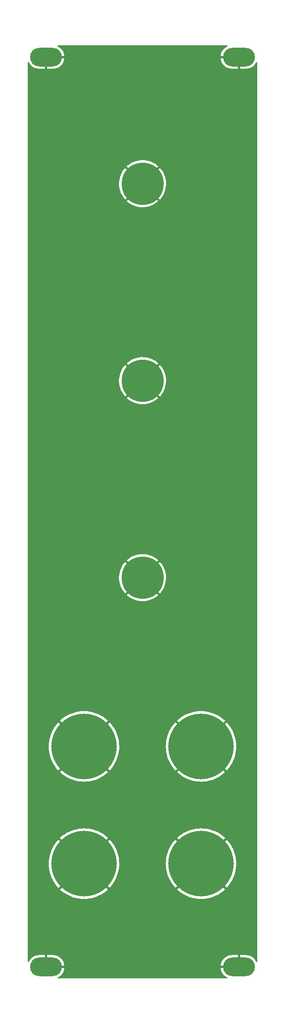
<source format=gbl>
G04 #@! TF.GenerationSoftware,KiCad,Pcbnew,6.0.4-6f826c9f35~116~ubuntu20.04.1*
G04 #@! TF.CreationDate,2022-04-19T11:59:19-04:00*
G04 #@! TF.ProjectId,arrm_panel,6172726d-5f70-4616-9e65-6c2e6b696361,rev?*
G04 #@! TF.SameCoordinates,Original*
G04 #@! TF.FileFunction,Copper,L2,Bot*
G04 #@! TF.FilePolarity,Positive*
%FSLAX46Y46*%
G04 Gerber Fmt 4.6, Leading zero omitted, Abs format (unit mm)*
G04 Created by KiCad (PCBNEW 6.0.4-6f826c9f35~116~ubuntu20.04.1) date 2022-04-19 11:59:19*
%MOMM*%
%LPD*%
G01*
G04 APERTURE LIST*
G04 #@! TA.AperFunction,ComponentPad*
%ADD10O,6.800000X4.000000*%
G04 #@! TD*
G04 #@! TA.AperFunction,ComponentPad*
%ADD11C,9.000000*%
G04 #@! TD*
G04 #@! TA.AperFunction,ComponentPad*
%ADD12C,14.000000*%
G04 #@! TD*
G04 APERTURE END LIST*
D10*
G04 #@! TO.P,H10,1*
G04 #@! TO.N,GND*
X61700000Y-10600000D03*
X61700000Y-204600000D03*
G04 #@! TD*
D11*
G04 #@! TO.P,H6,1*
G04 #@! TO.N,GND*
X41100000Y-37600000D03*
G04 #@! TD*
D12*
G04 #@! TO.P,H1,1*
G04 #@! TO.N,GND*
X28600000Y-157600000D03*
G04 #@! TD*
D10*
G04 #@! TO.P,H7,1*
G04 #@! TO.N,GND*
X20500000Y-10600000D03*
X20500000Y-204600000D03*
G04 #@! TD*
D12*
G04 #@! TO.P,H2,1*
G04 #@! TO.N,GND*
X28600000Y-182600000D03*
G04 #@! TD*
G04 #@! TO.P,H3,1*
G04 #@! TO.N,GND*
X53600000Y-157600000D03*
G04 #@! TD*
G04 #@! TO.P,H4,1*
G04 #@! TO.N,GND*
X53600000Y-182600000D03*
G04 #@! TD*
D11*
G04 #@! TO.P,H8,1*
G04 #@! TO.N,GND*
X41100000Y-121600000D03*
G04 #@! TD*
G04 #@! TO.P,H5,1*
G04 #@! TO.N,GND*
X41100000Y-79600000D03*
G04 #@! TD*
G04 #@! TA.AperFunction,Conductor*
G04 #@! TO.N,GND*
G36*
X59209823Y-8128002D02*
G01*
X59256316Y-8181658D01*
X59266420Y-8251932D01*
X59236926Y-8316512D01*
X59195350Y-8348008D01*
X59092959Y-8396189D01*
X59086026Y-8400001D01*
X58826271Y-8564847D01*
X58819868Y-8569498D01*
X58582813Y-8765607D01*
X58577046Y-8771023D01*
X58366443Y-8995293D01*
X58361404Y-9001384D01*
X58180570Y-9250281D01*
X58176330Y-9256961D01*
X58028110Y-9526572D01*
X58024753Y-9533707D01*
X57911492Y-9819770D01*
X57909047Y-9827296D01*
X57832538Y-10125279D01*
X57831055Y-10133050D01*
X57806425Y-10328026D01*
X57808728Y-10342306D01*
X57821720Y-10346000D01*
X61828000Y-10346000D01*
X61896121Y-10366002D01*
X61942614Y-10419658D01*
X61954000Y-10472000D01*
X61954000Y-13089885D01*
X61958475Y-13105124D01*
X61959865Y-13106329D01*
X61967548Y-13108000D01*
X63176829Y-13108000D01*
X63180820Y-13107874D01*
X63410994Y-13093393D01*
X63418855Y-13092400D01*
X63721046Y-13034754D01*
X63728723Y-13032783D01*
X64021309Y-12937716D01*
X64028672Y-12934801D01*
X64307041Y-12803811D01*
X64313974Y-12799999D01*
X64573729Y-12635153D01*
X64580132Y-12630502D01*
X64817187Y-12434393D01*
X64822954Y-12428977D01*
X65033557Y-12204707D01*
X65038596Y-12198616D01*
X65219430Y-11949719D01*
X65223670Y-11943039D01*
X65355585Y-11703086D01*
X65405931Y-11653027D01*
X65475348Y-11638134D01*
X65541797Y-11663135D01*
X65584181Y-11720092D01*
X65592000Y-11763787D01*
X65592000Y-203436213D01*
X65571998Y-203504334D01*
X65518342Y-203550827D01*
X65448068Y-203560931D01*
X65383488Y-203531437D01*
X65355585Y-203496914D01*
X65223670Y-203256961D01*
X65219430Y-203250281D01*
X65038596Y-203001384D01*
X65033557Y-202995293D01*
X64822954Y-202771023D01*
X64817187Y-202765607D01*
X64580132Y-202569498D01*
X64573729Y-202564847D01*
X64313974Y-202400001D01*
X64307041Y-202396189D01*
X64028672Y-202265199D01*
X64021309Y-202262284D01*
X63728723Y-202167217D01*
X63721046Y-202165246D01*
X63418855Y-202107600D01*
X63410994Y-202106607D01*
X63180820Y-202092126D01*
X63176829Y-202092000D01*
X61972115Y-202092000D01*
X61956876Y-202096475D01*
X61955671Y-202097865D01*
X61954000Y-202105548D01*
X61954000Y-204728000D01*
X61933998Y-204796121D01*
X61880342Y-204842614D01*
X61828000Y-204854000D01*
X57822269Y-204854000D01*
X57808392Y-204858075D01*
X57806355Y-204871426D01*
X57831055Y-205066950D01*
X57832538Y-205074721D01*
X57909047Y-205372704D01*
X57911492Y-205380230D01*
X58024753Y-205666293D01*
X58028110Y-205673428D01*
X58176330Y-205943039D01*
X58180570Y-205949719D01*
X58361404Y-206198616D01*
X58366443Y-206204707D01*
X58577046Y-206428977D01*
X58582813Y-206434393D01*
X58819868Y-206630502D01*
X58826271Y-206635153D01*
X59086026Y-206799999D01*
X59092959Y-206803811D01*
X59195350Y-206851992D01*
X59248471Y-206899095D01*
X59267694Y-206967439D01*
X59246915Y-207035327D01*
X59192732Y-207081204D01*
X59141702Y-207092000D01*
X23058298Y-207092000D01*
X22990177Y-207071998D01*
X22943684Y-207018342D01*
X22933580Y-206948068D01*
X22963074Y-206883488D01*
X23004650Y-206851992D01*
X23107041Y-206803811D01*
X23113974Y-206799999D01*
X23373729Y-206635153D01*
X23380132Y-206630502D01*
X23617187Y-206434393D01*
X23622954Y-206428977D01*
X23833557Y-206204707D01*
X23838596Y-206198616D01*
X24019430Y-205949719D01*
X24023670Y-205943039D01*
X24171890Y-205673428D01*
X24175247Y-205666293D01*
X24288508Y-205380230D01*
X24290953Y-205372704D01*
X24367462Y-205074721D01*
X24368945Y-205066950D01*
X24393575Y-204871974D01*
X24391272Y-204857694D01*
X24378280Y-204854000D01*
X20372000Y-204854000D01*
X20303879Y-204833998D01*
X20257386Y-204780342D01*
X20246000Y-204728000D01*
X20246000Y-204327885D01*
X20754000Y-204327885D01*
X20758475Y-204343124D01*
X20759865Y-204344329D01*
X20767548Y-204346000D01*
X24377731Y-204346000D01*
X24391608Y-204341925D01*
X24393645Y-204328574D01*
X24393576Y-204328026D01*
X57806425Y-204328026D01*
X57808728Y-204342306D01*
X57821720Y-204346000D01*
X61427885Y-204346000D01*
X61443124Y-204341525D01*
X61444329Y-204340135D01*
X61446000Y-204332452D01*
X61446000Y-202110115D01*
X61441525Y-202094876D01*
X61440135Y-202093671D01*
X61432452Y-202092000D01*
X60223171Y-202092000D01*
X60219180Y-202092126D01*
X59989006Y-202106607D01*
X59981145Y-202107600D01*
X59678954Y-202165246D01*
X59671277Y-202167217D01*
X59378691Y-202262284D01*
X59371328Y-202265199D01*
X59092959Y-202396189D01*
X59086026Y-202400001D01*
X58826271Y-202564847D01*
X58819868Y-202569498D01*
X58582813Y-202765607D01*
X58577046Y-202771023D01*
X58366443Y-202995293D01*
X58361404Y-203001384D01*
X58180570Y-203250281D01*
X58176330Y-203256961D01*
X58028110Y-203526572D01*
X58024753Y-203533707D01*
X57911492Y-203819770D01*
X57909047Y-203827296D01*
X57832538Y-204125279D01*
X57831055Y-204133050D01*
X57806425Y-204328026D01*
X24393576Y-204328026D01*
X24368945Y-204133050D01*
X24367462Y-204125279D01*
X24290953Y-203827296D01*
X24288508Y-203819770D01*
X24175247Y-203533707D01*
X24171890Y-203526572D01*
X24023670Y-203256961D01*
X24019430Y-203250281D01*
X23838596Y-203001384D01*
X23833557Y-202995293D01*
X23622954Y-202771023D01*
X23617187Y-202765607D01*
X23380132Y-202569498D01*
X23373729Y-202564847D01*
X23113974Y-202400001D01*
X23107041Y-202396189D01*
X22828672Y-202265199D01*
X22821309Y-202262284D01*
X22528723Y-202167217D01*
X22521046Y-202165246D01*
X22218855Y-202107600D01*
X22210994Y-202106607D01*
X21980820Y-202092126D01*
X21976829Y-202092000D01*
X20772115Y-202092000D01*
X20756876Y-202096475D01*
X20755671Y-202097865D01*
X20754000Y-202105548D01*
X20754000Y-204327885D01*
X20246000Y-204327885D01*
X20246000Y-202110115D01*
X20241525Y-202094876D01*
X20240135Y-202093671D01*
X20232452Y-202092000D01*
X19023171Y-202092000D01*
X19019180Y-202092126D01*
X18789006Y-202106607D01*
X18781145Y-202107600D01*
X18478954Y-202165246D01*
X18471277Y-202167217D01*
X18178691Y-202262284D01*
X18171328Y-202265199D01*
X17892959Y-202396189D01*
X17886026Y-202400001D01*
X17626271Y-202564847D01*
X17619868Y-202569498D01*
X17382813Y-202765607D01*
X17377046Y-202771023D01*
X17166443Y-202995293D01*
X17161404Y-203001384D01*
X16980570Y-203250281D01*
X16976330Y-203256961D01*
X16844415Y-203496914D01*
X16794069Y-203546973D01*
X16724652Y-203561866D01*
X16658203Y-203536865D01*
X16615819Y-203479908D01*
X16608000Y-203436213D01*
X16608000Y-188087102D01*
X23478438Y-188087102D01*
X23478462Y-188087441D01*
X23484285Y-188096073D01*
X23728991Y-188319913D01*
X23732445Y-188322852D01*
X24150430Y-188653550D01*
X24154067Y-188656222D01*
X24594618Y-188956182D01*
X24598446Y-188958593D01*
X25059337Y-189226300D01*
X25063309Y-189228421D01*
X25542148Y-189462483D01*
X25546284Y-189464325D01*
X26040627Y-189663551D01*
X26044871Y-189665087D01*
X26552218Y-189828467D01*
X26556539Y-189829689D01*
X27074254Y-189956374D01*
X27078695Y-189957294D01*
X27604141Y-190046637D01*
X27608595Y-190047232D01*
X28139106Y-190098782D01*
X28143579Y-190099056D01*
X28676427Y-190112543D01*
X28680930Y-190112496D01*
X29213352Y-190087853D01*
X29217836Y-190087485D01*
X29747152Y-190024836D01*
X29751591Y-190024149D01*
X30275087Y-189923814D01*
X30279446Y-189922815D01*
X30794414Y-189785311D01*
X30798727Y-189783992D01*
X31302525Y-189610028D01*
X31306740Y-189608402D01*
X31796805Y-189398866D01*
X31800892Y-189396943D01*
X32274731Y-189152900D01*
X32278658Y-189150696D01*
X32733828Y-188873404D01*
X32737624Y-188870901D01*
X33171786Y-188561788D01*
X33175372Y-188559036D01*
X33586362Y-188219640D01*
X33589705Y-188216672D01*
X33713630Y-188098453D01*
X33720179Y-188087102D01*
X48478438Y-188087102D01*
X48478462Y-188087441D01*
X48484285Y-188096073D01*
X48728991Y-188319913D01*
X48732445Y-188322852D01*
X49150430Y-188653550D01*
X49154067Y-188656222D01*
X49594618Y-188956182D01*
X49598446Y-188958593D01*
X50059337Y-189226300D01*
X50063309Y-189228421D01*
X50542148Y-189462483D01*
X50546284Y-189464325D01*
X51040627Y-189663551D01*
X51044871Y-189665087D01*
X51552218Y-189828467D01*
X51556539Y-189829689D01*
X52074254Y-189956374D01*
X52078695Y-189957294D01*
X52604141Y-190046637D01*
X52608595Y-190047232D01*
X53139106Y-190098782D01*
X53143579Y-190099056D01*
X53676427Y-190112543D01*
X53680930Y-190112496D01*
X54213352Y-190087853D01*
X54217836Y-190087485D01*
X54747152Y-190024836D01*
X54751591Y-190024149D01*
X55275087Y-189923814D01*
X55279446Y-189922815D01*
X55794414Y-189785311D01*
X55798727Y-189783992D01*
X56302525Y-189610028D01*
X56306740Y-189608402D01*
X56796805Y-189398866D01*
X56800892Y-189396943D01*
X57274731Y-189152900D01*
X57278658Y-189150696D01*
X57733828Y-188873404D01*
X57737624Y-188870901D01*
X58171786Y-188561788D01*
X58175372Y-188559036D01*
X58586362Y-188219640D01*
X58589705Y-188216672D01*
X58713630Y-188098453D01*
X58721568Y-188084695D01*
X58721518Y-188083649D01*
X58716625Y-188075835D01*
X53612812Y-182972022D01*
X53598868Y-182964408D01*
X53597035Y-182964539D01*
X53590420Y-182968790D01*
X48486052Y-188073158D01*
X48478438Y-188087102D01*
X33720179Y-188087102D01*
X33721568Y-188084695D01*
X33721518Y-188083649D01*
X33716625Y-188075835D01*
X28612812Y-182972022D01*
X28598868Y-182964408D01*
X28597035Y-182964539D01*
X28590420Y-182968790D01*
X23486052Y-188073158D01*
X23478438Y-188087102D01*
X16608000Y-188087102D01*
X16608000Y-182650201D01*
X21087236Y-182650201D01*
X21087267Y-182654699D01*
X21110052Y-183187215D01*
X21110404Y-183191696D01*
X21171206Y-183721240D01*
X21171874Y-183725659D01*
X21270381Y-184249497D01*
X21271370Y-184253884D01*
X21407070Y-184769308D01*
X21408381Y-184773648D01*
X21580581Y-185278039D01*
X21582188Y-185282249D01*
X21790028Y-185773079D01*
X21791917Y-185777129D01*
X22034314Y-186251836D01*
X22036507Y-186255776D01*
X22312217Y-186711925D01*
X22314678Y-186715685D01*
X22622290Y-187150947D01*
X22625036Y-187154552D01*
X22962987Y-187566712D01*
X22965944Y-187570066D01*
X23101751Y-187713428D01*
X23115482Y-187721415D01*
X23116410Y-187721374D01*
X23124399Y-187716391D01*
X28227978Y-182612812D01*
X28234356Y-182601132D01*
X28964408Y-182601132D01*
X28964539Y-182602965D01*
X28968790Y-182609580D01*
X34073389Y-187714179D01*
X34087333Y-187721793D01*
X34087556Y-187721778D01*
X34096338Y-187715831D01*
X34336905Y-187450987D01*
X34339793Y-187447570D01*
X34669044Y-187028414D01*
X34671701Y-187024771D01*
X34970130Y-186583164D01*
X34972526Y-186579329D01*
X35238617Y-186117514D01*
X35240726Y-186113531D01*
X35473116Y-185633878D01*
X35474941Y-185629741D01*
X35672446Y-185134690D01*
X35673961Y-185130460D01*
X35835567Y-184622549D01*
X35836781Y-184618202D01*
X35961661Y-184100034D01*
X35962555Y-184095638D01*
X36050064Y-183569885D01*
X36050649Y-183565380D01*
X36100363Y-183034517D01*
X36100613Y-183030439D01*
X36111566Y-182650201D01*
X46087236Y-182650201D01*
X46087267Y-182654699D01*
X46110052Y-183187215D01*
X46110404Y-183191696D01*
X46171206Y-183721240D01*
X46171874Y-183725659D01*
X46270381Y-184249497D01*
X46271370Y-184253884D01*
X46407070Y-184769308D01*
X46408381Y-184773648D01*
X46580581Y-185278039D01*
X46582188Y-185282249D01*
X46790028Y-185773079D01*
X46791917Y-185777129D01*
X47034314Y-186251836D01*
X47036507Y-186255776D01*
X47312217Y-186711925D01*
X47314678Y-186715685D01*
X47622290Y-187150947D01*
X47625036Y-187154552D01*
X47962987Y-187566712D01*
X47965944Y-187570066D01*
X48101751Y-187713428D01*
X48115482Y-187721415D01*
X48116410Y-187721374D01*
X48124399Y-187716391D01*
X53227978Y-182612812D01*
X53234356Y-182601132D01*
X53964408Y-182601132D01*
X53964539Y-182602965D01*
X53968790Y-182609580D01*
X59073389Y-187714179D01*
X59087333Y-187721793D01*
X59087556Y-187721778D01*
X59096338Y-187715831D01*
X59336905Y-187450987D01*
X59339793Y-187447570D01*
X59669044Y-187028414D01*
X59671701Y-187024771D01*
X59970130Y-186583164D01*
X59972526Y-186579329D01*
X60238617Y-186117514D01*
X60240726Y-186113531D01*
X60473116Y-185633878D01*
X60474941Y-185629741D01*
X60672446Y-185134690D01*
X60673961Y-185130460D01*
X60835567Y-184622549D01*
X60836781Y-184618202D01*
X60961661Y-184100034D01*
X60962555Y-184095638D01*
X61050064Y-183569885D01*
X61050649Y-183565380D01*
X61100363Y-183034517D01*
X61100613Y-183030439D01*
X61112954Y-182602024D01*
X61112939Y-182597967D01*
X61093866Y-182065096D01*
X61093544Y-182060601D01*
X61036442Y-181530662D01*
X61035800Y-181526211D01*
X60940955Y-181001710D01*
X60939999Y-180997327D01*
X60807892Y-180480933D01*
X60806630Y-180476645D01*
X60637938Y-179971015D01*
X60636370Y-179966818D01*
X60431966Y-179474558D01*
X60430088Y-179470456D01*
X60191023Y-178994094D01*
X60188855Y-178990133D01*
X59916347Y-178532090D01*
X59913891Y-178528279D01*
X59609331Y-178090890D01*
X59606624Y-178087284D01*
X59271552Y-177672765D01*
X59268609Y-177669380D01*
X59098034Y-177486780D01*
X59084361Y-177478698D01*
X59083667Y-177478724D01*
X59075320Y-177483890D01*
X53972022Y-182587188D01*
X53964408Y-182601132D01*
X53234356Y-182601132D01*
X53235592Y-182598868D01*
X53235461Y-182597035D01*
X53231210Y-182590420D01*
X48127007Y-177486217D01*
X48113063Y-177478603D01*
X48112606Y-177478635D01*
X48104130Y-177484332D01*
X47897104Y-177709077D01*
X47894190Y-177712477D01*
X47562015Y-178129331D01*
X47559344Y-178132941D01*
X47257831Y-178572465D01*
X47255409Y-178576283D01*
X46986107Y-179036216D01*
X46983964Y-179040196D01*
X46748233Y-179518211D01*
X46746376Y-179522343D01*
X46545427Y-180015984D01*
X46543874Y-180020230D01*
X46378729Y-180526984D01*
X46377484Y-180531326D01*
X46248991Y-181048608D01*
X46248067Y-181052991D01*
X46156885Y-181578152D01*
X46156274Y-181582609D01*
X46102873Y-182112930D01*
X46102583Y-182117413D01*
X46087236Y-182650201D01*
X36111566Y-182650201D01*
X36112954Y-182602024D01*
X36112939Y-182597967D01*
X36093866Y-182065096D01*
X36093544Y-182060601D01*
X36036442Y-181530662D01*
X36035800Y-181526211D01*
X35940955Y-181001710D01*
X35939999Y-180997327D01*
X35807892Y-180480933D01*
X35806630Y-180476645D01*
X35637938Y-179971015D01*
X35636370Y-179966818D01*
X35431966Y-179474558D01*
X35430088Y-179470456D01*
X35191023Y-178994094D01*
X35188855Y-178990133D01*
X34916347Y-178532090D01*
X34913891Y-178528279D01*
X34609331Y-178090890D01*
X34606624Y-178087284D01*
X34271552Y-177672765D01*
X34268609Y-177669380D01*
X34098034Y-177486780D01*
X34084361Y-177478698D01*
X34083667Y-177478724D01*
X34075320Y-177483890D01*
X28972022Y-182587188D01*
X28964408Y-182601132D01*
X28234356Y-182601132D01*
X28235592Y-182598868D01*
X28235461Y-182597035D01*
X28231210Y-182590420D01*
X23127007Y-177486217D01*
X23113063Y-177478603D01*
X23112606Y-177478635D01*
X23104130Y-177484332D01*
X22897104Y-177709077D01*
X22894190Y-177712477D01*
X22562015Y-178129331D01*
X22559344Y-178132941D01*
X22257831Y-178572465D01*
X22255409Y-178576283D01*
X21986107Y-179036216D01*
X21983964Y-179040196D01*
X21748233Y-179518211D01*
X21746376Y-179522343D01*
X21545427Y-180015984D01*
X21543874Y-180020230D01*
X21378729Y-180526984D01*
X21377484Y-180531326D01*
X21248991Y-181048608D01*
X21248067Y-181052991D01*
X21156885Y-181578152D01*
X21156274Y-181582609D01*
X21102873Y-182112930D01*
X21102583Y-182117413D01*
X21087236Y-182650201D01*
X16608000Y-182650201D01*
X16608000Y-177115591D01*
X23478674Y-177115591D01*
X23478707Y-177116404D01*
X23483783Y-177124573D01*
X28587188Y-182227978D01*
X28601132Y-182235592D01*
X28602965Y-182235461D01*
X28609580Y-182231210D01*
X33713682Y-177127108D01*
X33719971Y-177115591D01*
X48478674Y-177115591D01*
X48478707Y-177116404D01*
X48483783Y-177124573D01*
X53587188Y-182227978D01*
X53601132Y-182235592D01*
X53602965Y-182235461D01*
X53609580Y-182231210D01*
X58713682Y-177127108D01*
X58721296Y-177113164D01*
X58721255Y-177112590D01*
X58715684Y-177104268D01*
X58510818Y-176914228D01*
X58507387Y-176911267D01*
X58091729Y-176577666D01*
X58088115Y-176574972D01*
X57649654Y-176271933D01*
X57645835Y-176269490D01*
X57186846Y-175998585D01*
X57182877Y-175996430D01*
X56705679Y-175759028D01*
X56701575Y-175757166D01*
X56208610Y-175554483D01*
X56204395Y-175552924D01*
X55698199Y-175386006D01*
X55693883Y-175384752D01*
X55177042Y-175254451D01*
X55172665Y-175253513D01*
X54647822Y-175160496D01*
X54643365Y-175159870D01*
X54113241Y-175104620D01*
X54108747Y-175104313D01*
X53576027Y-175087107D01*
X53571530Y-175087122D01*
X53038927Y-175108048D01*
X53034451Y-175108384D01*
X52504713Y-175167336D01*
X52500261Y-175167994D01*
X51976106Y-175264667D01*
X51971701Y-175265643D01*
X51455801Y-175399545D01*
X51451490Y-175400830D01*
X50946471Y-175571278D01*
X50942259Y-175572870D01*
X50450723Y-175778988D01*
X50446647Y-175780871D01*
X49971109Y-176021605D01*
X49967158Y-176023786D01*
X49510063Y-176297893D01*
X49506267Y-176300358D01*
X49069930Y-176606452D01*
X49066347Y-176609162D01*
X48653007Y-176945674D01*
X48649617Y-176948642D01*
X48486708Y-177101891D01*
X48478674Y-177115591D01*
X33719971Y-177115591D01*
X33721296Y-177113164D01*
X33721255Y-177112590D01*
X33715684Y-177104268D01*
X33510818Y-176914228D01*
X33507387Y-176911267D01*
X33091729Y-176577666D01*
X33088115Y-176574972D01*
X32649654Y-176271933D01*
X32645835Y-176269490D01*
X32186846Y-175998585D01*
X32182877Y-175996430D01*
X31705679Y-175759028D01*
X31701575Y-175757166D01*
X31208610Y-175554483D01*
X31204395Y-175552924D01*
X30698199Y-175386006D01*
X30693883Y-175384752D01*
X30177042Y-175254451D01*
X30172665Y-175253513D01*
X29647822Y-175160496D01*
X29643365Y-175159870D01*
X29113241Y-175104620D01*
X29108747Y-175104313D01*
X28576027Y-175087107D01*
X28571530Y-175087122D01*
X28038927Y-175108048D01*
X28034451Y-175108384D01*
X27504713Y-175167336D01*
X27500261Y-175167994D01*
X26976106Y-175264667D01*
X26971701Y-175265643D01*
X26455801Y-175399545D01*
X26451490Y-175400830D01*
X25946471Y-175571278D01*
X25942259Y-175572870D01*
X25450723Y-175778988D01*
X25446647Y-175780871D01*
X24971109Y-176021605D01*
X24967158Y-176023786D01*
X24510063Y-176297893D01*
X24506267Y-176300358D01*
X24069930Y-176606452D01*
X24066347Y-176609162D01*
X23653007Y-176945674D01*
X23649617Y-176948642D01*
X23486708Y-177101891D01*
X23478674Y-177115591D01*
X16608000Y-177115591D01*
X16608000Y-163087102D01*
X23478438Y-163087102D01*
X23478462Y-163087441D01*
X23484285Y-163096073D01*
X23728991Y-163319913D01*
X23732445Y-163322852D01*
X24150430Y-163653550D01*
X24154067Y-163656222D01*
X24594618Y-163956182D01*
X24598446Y-163958593D01*
X25059337Y-164226300D01*
X25063309Y-164228421D01*
X25542148Y-164462483D01*
X25546284Y-164464325D01*
X26040627Y-164663551D01*
X26044871Y-164665087D01*
X26552218Y-164828467D01*
X26556539Y-164829689D01*
X27074254Y-164956374D01*
X27078695Y-164957294D01*
X27604141Y-165046637D01*
X27608595Y-165047232D01*
X28139106Y-165098782D01*
X28143579Y-165099056D01*
X28676427Y-165112543D01*
X28680930Y-165112496D01*
X29213352Y-165087853D01*
X29217836Y-165087485D01*
X29747152Y-165024836D01*
X29751591Y-165024149D01*
X30275087Y-164923814D01*
X30279446Y-164922815D01*
X30794414Y-164785311D01*
X30798727Y-164783992D01*
X31302525Y-164610028D01*
X31306740Y-164608402D01*
X31796805Y-164398866D01*
X31800892Y-164396943D01*
X32274731Y-164152900D01*
X32278658Y-164150696D01*
X32733828Y-163873404D01*
X32737624Y-163870901D01*
X33171786Y-163561788D01*
X33175372Y-163559036D01*
X33586362Y-163219640D01*
X33589705Y-163216672D01*
X33713630Y-163098453D01*
X33720179Y-163087102D01*
X48478438Y-163087102D01*
X48478462Y-163087441D01*
X48484285Y-163096073D01*
X48728991Y-163319913D01*
X48732445Y-163322852D01*
X49150430Y-163653550D01*
X49154067Y-163656222D01*
X49594618Y-163956182D01*
X49598446Y-163958593D01*
X50059337Y-164226300D01*
X50063309Y-164228421D01*
X50542148Y-164462483D01*
X50546284Y-164464325D01*
X51040627Y-164663551D01*
X51044871Y-164665087D01*
X51552218Y-164828467D01*
X51556539Y-164829689D01*
X52074254Y-164956374D01*
X52078695Y-164957294D01*
X52604141Y-165046637D01*
X52608595Y-165047232D01*
X53139106Y-165098782D01*
X53143579Y-165099056D01*
X53676427Y-165112543D01*
X53680930Y-165112496D01*
X54213352Y-165087853D01*
X54217836Y-165087485D01*
X54747152Y-165024836D01*
X54751591Y-165024149D01*
X55275087Y-164923814D01*
X55279446Y-164922815D01*
X55794414Y-164785311D01*
X55798727Y-164783992D01*
X56302525Y-164610028D01*
X56306740Y-164608402D01*
X56796805Y-164398866D01*
X56800892Y-164396943D01*
X57274731Y-164152900D01*
X57278658Y-164150696D01*
X57733828Y-163873404D01*
X57737624Y-163870901D01*
X58171786Y-163561788D01*
X58175372Y-163559036D01*
X58586362Y-163219640D01*
X58589705Y-163216672D01*
X58713630Y-163098453D01*
X58721568Y-163084695D01*
X58721518Y-163083649D01*
X58716625Y-163075835D01*
X53612812Y-157972022D01*
X53598868Y-157964408D01*
X53597035Y-157964539D01*
X53590420Y-157968790D01*
X48486052Y-163073158D01*
X48478438Y-163087102D01*
X33720179Y-163087102D01*
X33721568Y-163084695D01*
X33721518Y-163083649D01*
X33716625Y-163075835D01*
X28612812Y-157972022D01*
X28598868Y-157964408D01*
X28597035Y-157964539D01*
X28590420Y-157968790D01*
X23486052Y-163073158D01*
X23478438Y-163087102D01*
X16608000Y-163087102D01*
X16608000Y-157650201D01*
X21087236Y-157650201D01*
X21087267Y-157654699D01*
X21110052Y-158187215D01*
X21110404Y-158191696D01*
X21171206Y-158721240D01*
X21171874Y-158725659D01*
X21270381Y-159249497D01*
X21271370Y-159253884D01*
X21407070Y-159769308D01*
X21408381Y-159773648D01*
X21580581Y-160278039D01*
X21582188Y-160282249D01*
X21790028Y-160773079D01*
X21791917Y-160777129D01*
X22034314Y-161251836D01*
X22036507Y-161255776D01*
X22312217Y-161711925D01*
X22314678Y-161715685D01*
X22622290Y-162150947D01*
X22625036Y-162154552D01*
X22962987Y-162566712D01*
X22965944Y-162570066D01*
X23101751Y-162713428D01*
X23115482Y-162721415D01*
X23116410Y-162721374D01*
X23124399Y-162716391D01*
X28227978Y-157612812D01*
X28234356Y-157601132D01*
X28964408Y-157601132D01*
X28964539Y-157602965D01*
X28968790Y-157609580D01*
X34073389Y-162714179D01*
X34087333Y-162721793D01*
X34087556Y-162721778D01*
X34096338Y-162715831D01*
X34336905Y-162450987D01*
X34339793Y-162447570D01*
X34669044Y-162028414D01*
X34671701Y-162024771D01*
X34970130Y-161583164D01*
X34972526Y-161579329D01*
X35238617Y-161117514D01*
X35240726Y-161113531D01*
X35473116Y-160633878D01*
X35474941Y-160629741D01*
X35672446Y-160134690D01*
X35673961Y-160130460D01*
X35835567Y-159622549D01*
X35836781Y-159618202D01*
X35961661Y-159100034D01*
X35962555Y-159095638D01*
X36050064Y-158569885D01*
X36050649Y-158565380D01*
X36100363Y-158034517D01*
X36100613Y-158030439D01*
X36111566Y-157650201D01*
X46087236Y-157650201D01*
X46087267Y-157654699D01*
X46110052Y-158187215D01*
X46110404Y-158191696D01*
X46171206Y-158721240D01*
X46171874Y-158725659D01*
X46270381Y-159249497D01*
X46271370Y-159253884D01*
X46407070Y-159769308D01*
X46408381Y-159773648D01*
X46580581Y-160278039D01*
X46582188Y-160282249D01*
X46790028Y-160773079D01*
X46791917Y-160777129D01*
X47034314Y-161251836D01*
X47036507Y-161255776D01*
X47312217Y-161711925D01*
X47314678Y-161715685D01*
X47622290Y-162150947D01*
X47625036Y-162154552D01*
X47962987Y-162566712D01*
X47965944Y-162570066D01*
X48101751Y-162713428D01*
X48115482Y-162721415D01*
X48116410Y-162721374D01*
X48124399Y-162716391D01*
X53227978Y-157612812D01*
X53234356Y-157601132D01*
X53964408Y-157601132D01*
X53964539Y-157602965D01*
X53968790Y-157609580D01*
X59073389Y-162714179D01*
X59087333Y-162721793D01*
X59087556Y-162721778D01*
X59096338Y-162715831D01*
X59336905Y-162450987D01*
X59339793Y-162447570D01*
X59669044Y-162028414D01*
X59671701Y-162024771D01*
X59970130Y-161583164D01*
X59972526Y-161579329D01*
X60238617Y-161117514D01*
X60240726Y-161113531D01*
X60473116Y-160633878D01*
X60474941Y-160629741D01*
X60672446Y-160134690D01*
X60673961Y-160130460D01*
X60835567Y-159622549D01*
X60836781Y-159618202D01*
X60961661Y-159100034D01*
X60962555Y-159095638D01*
X61050064Y-158569885D01*
X61050649Y-158565380D01*
X61100363Y-158034517D01*
X61100613Y-158030439D01*
X61112954Y-157602024D01*
X61112939Y-157597967D01*
X61093866Y-157065096D01*
X61093544Y-157060601D01*
X61036442Y-156530662D01*
X61035800Y-156526211D01*
X60940955Y-156001710D01*
X60939999Y-155997327D01*
X60807892Y-155480933D01*
X60806630Y-155476645D01*
X60637938Y-154971015D01*
X60636370Y-154966818D01*
X60431966Y-154474558D01*
X60430088Y-154470456D01*
X60191023Y-153994094D01*
X60188855Y-153990133D01*
X59916347Y-153532090D01*
X59913891Y-153528279D01*
X59609331Y-153090890D01*
X59606624Y-153087284D01*
X59271552Y-152672765D01*
X59268609Y-152669380D01*
X59098034Y-152486780D01*
X59084361Y-152478698D01*
X59083667Y-152478724D01*
X59075320Y-152483890D01*
X53972022Y-157587188D01*
X53964408Y-157601132D01*
X53234356Y-157601132D01*
X53235592Y-157598868D01*
X53235461Y-157597035D01*
X53231210Y-157590420D01*
X48127007Y-152486217D01*
X48113063Y-152478603D01*
X48112606Y-152478635D01*
X48104130Y-152484332D01*
X47897104Y-152709077D01*
X47894190Y-152712477D01*
X47562015Y-153129331D01*
X47559344Y-153132941D01*
X47257831Y-153572465D01*
X47255409Y-153576283D01*
X46986107Y-154036216D01*
X46983964Y-154040196D01*
X46748233Y-154518211D01*
X46746376Y-154522343D01*
X46545427Y-155015984D01*
X46543874Y-155020230D01*
X46378729Y-155526984D01*
X46377484Y-155531326D01*
X46248991Y-156048608D01*
X46248067Y-156052991D01*
X46156885Y-156578152D01*
X46156274Y-156582609D01*
X46102873Y-157112930D01*
X46102583Y-157117413D01*
X46087236Y-157650201D01*
X36111566Y-157650201D01*
X36112954Y-157602024D01*
X36112939Y-157597967D01*
X36093866Y-157065096D01*
X36093544Y-157060601D01*
X36036442Y-156530662D01*
X36035800Y-156526211D01*
X35940955Y-156001710D01*
X35939999Y-155997327D01*
X35807892Y-155480933D01*
X35806630Y-155476645D01*
X35637938Y-154971015D01*
X35636370Y-154966818D01*
X35431966Y-154474558D01*
X35430088Y-154470456D01*
X35191023Y-153994094D01*
X35188855Y-153990133D01*
X34916347Y-153532090D01*
X34913891Y-153528279D01*
X34609331Y-153090890D01*
X34606624Y-153087284D01*
X34271552Y-152672765D01*
X34268609Y-152669380D01*
X34098034Y-152486780D01*
X34084361Y-152478698D01*
X34083667Y-152478724D01*
X34075320Y-152483890D01*
X28972022Y-157587188D01*
X28964408Y-157601132D01*
X28234356Y-157601132D01*
X28235592Y-157598868D01*
X28235461Y-157597035D01*
X28231210Y-157590420D01*
X23127007Y-152486217D01*
X23113063Y-152478603D01*
X23112606Y-152478635D01*
X23104130Y-152484332D01*
X22897104Y-152709077D01*
X22894190Y-152712477D01*
X22562015Y-153129331D01*
X22559344Y-153132941D01*
X22257831Y-153572465D01*
X22255409Y-153576283D01*
X21986107Y-154036216D01*
X21983964Y-154040196D01*
X21748233Y-154518211D01*
X21746376Y-154522343D01*
X21545427Y-155015984D01*
X21543874Y-155020230D01*
X21378729Y-155526984D01*
X21377484Y-155531326D01*
X21248991Y-156048608D01*
X21248067Y-156052991D01*
X21156885Y-156578152D01*
X21156274Y-156582609D01*
X21102873Y-157112930D01*
X21102583Y-157117413D01*
X21087236Y-157650201D01*
X16608000Y-157650201D01*
X16608000Y-152115591D01*
X23478674Y-152115591D01*
X23478707Y-152116404D01*
X23483783Y-152124573D01*
X28587188Y-157227978D01*
X28601132Y-157235592D01*
X28602965Y-157235461D01*
X28609580Y-157231210D01*
X33713682Y-152127108D01*
X33719971Y-152115591D01*
X48478674Y-152115591D01*
X48478707Y-152116404D01*
X48483783Y-152124573D01*
X53587188Y-157227978D01*
X53601132Y-157235592D01*
X53602965Y-157235461D01*
X53609580Y-157231210D01*
X58713682Y-152127108D01*
X58721296Y-152113164D01*
X58721255Y-152112590D01*
X58715684Y-152104268D01*
X58510818Y-151914228D01*
X58507387Y-151911267D01*
X58091729Y-151577666D01*
X58088115Y-151574972D01*
X57649654Y-151271933D01*
X57645835Y-151269490D01*
X57186846Y-150998585D01*
X57182877Y-150996430D01*
X56705679Y-150759028D01*
X56701575Y-150757166D01*
X56208610Y-150554483D01*
X56204395Y-150552924D01*
X55698199Y-150386006D01*
X55693883Y-150384752D01*
X55177042Y-150254451D01*
X55172665Y-150253513D01*
X54647822Y-150160496D01*
X54643365Y-150159870D01*
X54113241Y-150104620D01*
X54108747Y-150104313D01*
X53576027Y-150087107D01*
X53571530Y-150087122D01*
X53038927Y-150108048D01*
X53034451Y-150108384D01*
X52504713Y-150167336D01*
X52500261Y-150167994D01*
X51976106Y-150264667D01*
X51971701Y-150265643D01*
X51455801Y-150399545D01*
X51451490Y-150400830D01*
X50946471Y-150571278D01*
X50942259Y-150572870D01*
X50450723Y-150778988D01*
X50446647Y-150780871D01*
X49971109Y-151021605D01*
X49967158Y-151023786D01*
X49510063Y-151297893D01*
X49506267Y-151300358D01*
X49069930Y-151606452D01*
X49066347Y-151609162D01*
X48653007Y-151945674D01*
X48649617Y-151948642D01*
X48486708Y-152101891D01*
X48478674Y-152115591D01*
X33719971Y-152115591D01*
X33721296Y-152113164D01*
X33721255Y-152112590D01*
X33715684Y-152104268D01*
X33510818Y-151914228D01*
X33507387Y-151911267D01*
X33091729Y-151577666D01*
X33088115Y-151574972D01*
X32649654Y-151271933D01*
X32645835Y-151269490D01*
X32186846Y-150998585D01*
X32182877Y-150996430D01*
X31705679Y-150759028D01*
X31701575Y-150757166D01*
X31208610Y-150554483D01*
X31204395Y-150552924D01*
X30698199Y-150386006D01*
X30693883Y-150384752D01*
X30177042Y-150254451D01*
X30172665Y-150253513D01*
X29647822Y-150160496D01*
X29643365Y-150159870D01*
X29113241Y-150104620D01*
X29108747Y-150104313D01*
X28576027Y-150087107D01*
X28571530Y-150087122D01*
X28038927Y-150108048D01*
X28034451Y-150108384D01*
X27504713Y-150167336D01*
X27500261Y-150167994D01*
X26976106Y-150264667D01*
X26971701Y-150265643D01*
X26455801Y-150399545D01*
X26451490Y-150400830D01*
X25946471Y-150571278D01*
X25942259Y-150572870D01*
X25450723Y-150778988D01*
X25446647Y-150780871D01*
X24971109Y-151021605D01*
X24967158Y-151023786D01*
X24510063Y-151297893D01*
X24506267Y-151300358D01*
X24069930Y-151606452D01*
X24066347Y-151609162D01*
X23653007Y-151945674D01*
X23649617Y-151948642D01*
X23486708Y-152101891D01*
X23478674Y-152115591D01*
X16608000Y-152115591D01*
X16608000Y-125317924D01*
X37747616Y-125317924D01*
X37747665Y-125318616D01*
X37753111Y-125326781D01*
X37842226Y-125410027D01*
X37846503Y-125413681D01*
X38193829Y-125684553D01*
X38198386Y-125687792D01*
X38568432Y-125926727D01*
X38573261Y-125929549D01*
X38963048Y-126134626D01*
X38968150Y-126137027D01*
X39374633Y-126306647D01*
X39379888Y-126308570D01*
X39799860Y-126441389D01*
X39805259Y-126442836D01*
X40235375Y-126537796D01*
X40240886Y-126538758D01*
X40677749Y-126595110D01*
X40683312Y-126595577D01*
X41123453Y-126612869D01*
X41129045Y-126612840D01*
X41568965Y-126590940D01*
X41574548Y-126590412D01*
X42010788Y-126529490D01*
X42016275Y-126528473D01*
X42445381Y-126429012D01*
X42450767Y-126427508D01*
X42869333Y-126290296D01*
X42874550Y-126288324D01*
X43279260Y-126114447D01*
X43284303Y-126112009D01*
X43671943Y-125902850D01*
X43676747Y-125899975D01*
X44044239Y-125657198D01*
X44048802Y-125653883D01*
X44393266Y-125379393D01*
X44397481Y-125375716D01*
X44445286Y-125330112D01*
X44453226Y-125316352D01*
X44453176Y-125315307D01*
X44448285Y-125307495D01*
X41112812Y-121972022D01*
X41098868Y-121964408D01*
X41097035Y-121964539D01*
X41090420Y-121968790D01*
X37755230Y-125303980D01*
X37747616Y-125317924D01*
X16608000Y-125317924D01*
X16608000Y-121471585D01*
X36088722Y-121471585D01*
X36096793Y-121911981D01*
X36097143Y-121917547D01*
X36144333Y-122355491D01*
X36145180Y-122361030D01*
X36231112Y-122793042D01*
X36232441Y-122798453D01*
X36356444Y-123221138D01*
X36358250Y-123226413D01*
X36519326Y-123636377D01*
X36521608Y-123641501D01*
X36718485Y-124035516D01*
X36721209Y-124040409D01*
X36952333Y-124415363D01*
X36955484Y-124419999D01*
X37219031Y-124772931D01*
X37222564Y-124777248D01*
X37371583Y-124943625D01*
X37385079Y-124951989D01*
X37394491Y-124946299D01*
X40727978Y-121612812D01*
X40734356Y-121601132D01*
X41464408Y-121601132D01*
X41464539Y-121602965D01*
X41468790Y-121609580D01*
X44803870Y-124944660D01*
X44817631Y-124952174D01*
X44826992Y-124945716D01*
X45010483Y-124736482D01*
X45013988Y-124732109D01*
X45273825Y-124376435D01*
X45276920Y-124371777D01*
X45504101Y-123994431D01*
X45506782Y-123989492D01*
X45699515Y-123593455D01*
X45701750Y-123588289D01*
X45858519Y-123176675D01*
X45860275Y-123171363D01*
X45979838Y-122747427D01*
X45981114Y-122741991D01*
X46062520Y-122309092D01*
X46063307Y-122303555D01*
X46105963Y-121864580D01*
X46106236Y-121860143D01*
X46112990Y-121602234D01*
X46112948Y-121597762D01*
X46093327Y-121157177D01*
X46092829Y-121151590D01*
X46034193Y-120715047D01*
X46033200Y-120709524D01*
X45935990Y-120279920D01*
X45934517Y-120274533D01*
X45799499Y-119855261D01*
X45797544Y-119850003D01*
X45625801Y-119444419D01*
X45623382Y-119439348D01*
X45416253Y-119050614D01*
X45413418Y-119045819D01*
X45172538Y-118677013D01*
X45169287Y-118672489D01*
X44896582Y-118326564D01*
X44892934Y-118322338D01*
X44829587Y-118255233D01*
X44815871Y-118247222D01*
X44815000Y-118247259D01*
X44806923Y-118252287D01*
X41472022Y-121587188D01*
X41464408Y-121601132D01*
X40734356Y-121601132D01*
X40735592Y-121598868D01*
X40735461Y-121597035D01*
X40731210Y-121590420D01*
X37393542Y-118252752D01*
X37380234Y-118245485D01*
X37370195Y-118252607D01*
X37108756Y-118566953D01*
X37105361Y-118571425D01*
X36854932Y-118933765D01*
X36851953Y-118938515D01*
X36634719Y-119321695D01*
X36632188Y-119326662D01*
X36449866Y-119727656D01*
X36447788Y-119732824D01*
X36301840Y-120148426D01*
X36300219Y-120153795D01*
X36191798Y-120580705D01*
X36190664Y-120586178D01*
X36120621Y-121021044D01*
X36119976Y-121026622D01*
X36088869Y-121465964D01*
X36088722Y-121471585D01*
X16608000Y-121471585D01*
X16608000Y-117882502D01*
X37746077Y-117882502D01*
X37752184Y-117892974D01*
X41087188Y-121227978D01*
X41101132Y-121235592D01*
X41102965Y-121235461D01*
X41109580Y-121231210D01*
X44444435Y-117896355D01*
X44451998Y-117882505D01*
X44445671Y-117873283D01*
X44256913Y-117705992D01*
X44252551Y-117702459D01*
X43898262Y-117440778D01*
X43893609Y-117437651D01*
X43517453Y-117208495D01*
X43512536Y-117205791D01*
X43117488Y-117010974D01*
X43112379Y-117008732D01*
X42701563Y-116849799D01*
X42696273Y-116848019D01*
X42272954Y-116726234D01*
X42267530Y-116724932D01*
X41835068Y-116641261D01*
X41829539Y-116640445D01*
X41391353Y-116595550D01*
X41385771Y-116595228D01*
X40945346Y-116589463D01*
X40939735Y-116589639D01*
X40500541Y-116623048D01*
X40494984Y-116623720D01*
X40060504Y-116696037D01*
X40055007Y-116697205D01*
X39628680Y-116807858D01*
X39623314Y-116809510D01*
X39208509Y-116957622D01*
X39203321Y-116959739D01*
X38803311Y-117144147D01*
X38798342Y-117146711D01*
X38416308Y-117365948D01*
X38411575Y-117368951D01*
X38050545Y-117621278D01*
X38046104Y-117624686D01*
X37754521Y-117869785D01*
X37746077Y-117882502D01*
X16608000Y-117882502D01*
X16608000Y-83317924D01*
X37747616Y-83317924D01*
X37747665Y-83318616D01*
X37753111Y-83326781D01*
X37842226Y-83410027D01*
X37846503Y-83413681D01*
X38193829Y-83684553D01*
X38198386Y-83687792D01*
X38568432Y-83926727D01*
X38573261Y-83929549D01*
X38963048Y-84134626D01*
X38968150Y-84137027D01*
X39374633Y-84306647D01*
X39379888Y-84308570D01*
X39799860Y-84441389D01*
X39805259Y-84442836D01*
X40235375Y-84537796D01*
X40240886Y-84538758D01*
X40677749Y-84595110D01*
X40683312Y-84595577D01*
X41123453Y-84612869D01*
X41129045Y-84612840D01*
X41568965Y-84590940D01*
X41574548Y-84590412D01*
X42010788Y-84529490D01*
X42016275Y-84528473D01*
X42445381Y-84429012D01*
X42450767Y-84427508D01*
X42869333Y-84290296D01*
X42874550Y-84288324D01*
X43279260Y-84114447D01*
X43284303Y-84112009D01*
X43671943Y-83902850D01*
X43676747Y-83899975D01*
X44044239Y-83657198D01*
X44048802Y-83653883D01*
X44393266Y-83379393D01*
X44397481Y-83375716D01*
X44445286Y-83330112D01*
X44453226Y-83316352D01*
X44453176Y-83315307D01*
X44448285Y-83307495D01*
X41112812Y-79972022D01*
X41098868Y-79964408D01*
X41097035Y-79964539D01*
X41090420Y-79968790D01*
X37755230Y-83303980D01*
X37747616Y-83317924D01*
X16608000Y-83317924D01*
X16608000Y-79471585D01*
X36088722Y-79471585D01*
X36096793Y-79911981D01*
X36097143Y-79917547D01*
X36144333Y-80355491D01*
X36145180Y-80361030D01*
X36231112Y-80793042D01*
X36232441Y-80798453D01*
X36356444Y-81221138D01*
X36358250Y-81226413D01*
X36519326Y-81636377D01*
X36521608Y-81641501D01*
X36718485Y-82035516D01*
X36721209Y-82040409D01*
X36952333Y-82415363D01*
X36955484Y-82419999D01*
X37219031Y-82772931D01*
X37222564Y-82777248D01*
X37371583Y-82943625D01*
X37385079Y-82951989D01*
X37394491Y-82946299D01*
X40727978Y-79612812D01*
X40734356Y-79601132D01*
X41464408Y-79601132D01*
X41464539Y-79602965D01*
X41468790Y-79609580D01*
X44803870Y-82944660D01*
X44817631Y-82952174D01*
X44826992Y-82945716D01*
X45010483Y-82736482D01*
X45013988Y-82732109D01*
X45273825Y-82376435D01*
X45276920Y-82371777D01*
X45504101Y-81994431D01*
X45506782Y-81989492D01*
X45699515Y-81593455D01*
X45701750Y-81588289D01*
X45858519Y-81176675D01*
X45860275Y-81171363D01*
X45979838Y-80747427D01*
X45981114Y-80741991D01*
X46062520Y-80309092D01*
X46063307Y-80303555D01*
X46105963Y-79864580D01*
X46106236Y-79860143D01*
X46112990Y-79602234D01*
X46112948Y-79597762D01*
X46093327Y-79157177D01*
X46092829Y-79151590D01*
X46034193Y-78715047D01*
X46033200Y-78709524D01*
X45935990Y-78279920D01*
X45934517Y-78274533D01*
X45799499Y-77855261D01*
X45797544Y-77850003D01*
X45625801Y-77444419D01*
X45623382Y-77439348D01*
X45416253Y-77050614D01*
X45413418Y-77045819D01*
X45172538Y-76677013D01*
X45169287Y-76672489D01*
X44896582Y-76326564D01*
X44892934Y-76322338D01*
X44829587Y-76255233D01*
X44815871Y-76247222D01*
X44815000Y-76247259D01*
X44806923Y-76252287D01*
X41472022Y-79587188D01*
X41464408Y-79601132D01*
X40734356Y-79601132D01*
X40735592Y-79598868D01*
X40735461Y-79597035D01*
X40731210Y-79590420D01*
X37393542Y-76252752D01*
X37380234Y-76245485D01*
X37370195Y-76252607D01*
X37108756Y-76566953D01*
X37105361Y-76571425D01*
X36854932Y-76933765D01*
X36851953Y-76938515D01*
X36634719Y-77321695D01*
X36632188Y-77326662D01*
X36449866Y-77727656D01*
X36447788Y-77732824D01*
X36301840Y-78148426D01*
X36300219Y-78153795D01*
X36191798Y-78580705D01*
X36190664Y-78586178D01*
X36120621Y-79021044D01*
X36119976Y-79026622D01*
X36088869Y-79465964D01*
X36088722Y-79471585D01*
X16608000Y-79471585D01*
X16608000Y-75882502D01*
X37746077Y-75882502D01*
X37752184Y-75892974D01*
X41087188Y-79227978D01*
X41101132Y-79235592D01*
X41102965Y-79235461D01*
X41109580Y-79231210D01*
X44444435Y-75896355D01*
X44451998Y-75882505D01*
X44445671Y-75873283D01*
X44256913Y-75705992D01*
X44252551Y-75702459D01*
X43898262Y-75440778D01*
X43893609Y-75437651D01*
X43517453Y-75208495D01*
X43512536Y-75205791D01*
X43117488Y-75010974D01*
X43112379Y-75008732D01*
X42701563Y-74849799D01*
X42696273Y-74848019D01*
X42272954Y-74726234D01*
X42267530Y-74724932D01*
X41835068Y-74641261D01*
X41829539Y-74640445D01*
X41391353Y-74595550D01*
X41385771Y-74595228D01*
X40945346Y-74589463D01*
X40939735Y-74589639D01*
X40500541Y-74623048D01*
X40494984Y-74623720D01*
X40060504Y-74696037D01*
X40055007Y-74697205D01*
X39628680Y-74807858D01*
X39623314Y-74809510D01*
X39208509Y-74957622D01*
X39203321Y-74959739D01*
X38803311Y-75144147D01*
X38798342Y-75146711D01*
X38416308Y-75365948D01*
X38411575Y-75368951D01*
X38050545Y-75621278D01*
X38046104Y-75624686D01*
X37754521Y-75869785D01*
X37746077Y-75882502D01*
X16608000Y-75882502D01*
X16608000Y-41317924D01*
X37747616Y-41317924D01*
X37747665Y-41318616D01*
X37753111Y-41326781D01*
X37842226Y-41410027D01*
X37846503Y-41413681D01*
X38193829Y-41684553D01*
X38198386Y-41687792D01*
X38568432Y-41926727D01*
X38573261Y-41929549D01*
X38963048Y-42134626D01*
X38968150Y-42137027D01*
X39374633Y-42306647D01*
X39379888Y-42308570D01*
X39799860Y-42441389D01*
X39805259Y-42442836D01*
X40235375Y-42537796D01*
X40240886Y-42538758D01*
X40677749Y-42595110D01*
X40683312Y-42595577D01*
X41123453Y-42612869D01*
X41129045Y-42612840D01*
X41568965Y-42590940D01*
X41574548Y-42590412D01*
X42010788Y-42529490D01*
X42016275Y-42528473D01*
X42445381Y-42429012D01*
X42450767Y-42427508D01*
X42869333Y-42290296D01*
X42874550Y-42288324D01*
X43279260Y-42114447D01*
X43284303Y-42112009D01*
X43671943Y-41902850D01*
X43676747Y-41899975D01*
X44044239Y-41657198D01*
X44048802Y-41653883D01*
X44393266Y-41379393D01*
X44397481Y-41375716D01*
X44445286Y-41330112D01*
X44453226Y-41316352D01*
X44453176Y-41315307D01*
X44448285Y-41307495D01*
X41112812Y-37972022D01*
X41098868Y-37964408D01*
X41097035Y-37964539D01*
X41090420Y-37968790D01*
X37755230Y-41303980D01*
X37747616Y-41317924D01*
X16608000Y-41317924D01*
X16608000Y-37471585D01*
X36088722Y-37471585D01*
X36096793Y-37911981D01*
X36097143Y-37917547D01*
X36144333Y-38355491D01*
X36145180Y-38361030D01*
X36231112Y-38793042D01*
X36232441Y-38798453D01*
X36356444Y-39221138D01*
X36358250Y-39226413D01*
X36519326Y-39636377D01*
X36521608Y-39641501D01*
X36718485Y-40035516D01*
X36721209Y-40040409D01*
X36952333Y-40415363D01*
X36955484Y-40419999D01*
X37219031Y-40772931D01*
X37222564Y-40777248D01*
X37371583Y-40943625D01*
X37385079Y-40951989D01*
X37394491Y-40946299D01*
X40727978Y-37612812D01*
X40734356Y-37601132D01*
X41464408Y-37601132D01*
X41464539Y-37602965D01*
X41468790Y-37609580D01*
X44803870Y-40944660D01*
X44817631Y-40952174D01*
X44826992Y-40945716D01*
X45010483Y-40736482D01*
X45013988Y-40732109D01*
X45273825Y-40376435D01*
X45276920Y-40371777D01*
X45504101Y-39994431D01*
X45506782Y-39989492D01*
X45699515Y-39593455D01*
X45701750Y-39588289D01*
X45858519Y-39176675D01*
X45860275Y-39171363D01*
X45979838Y-38747427D01*
X45981114Y-38741991D01*
X46062520Y-38309092D01*
X46063307Y-38303555D01*
X46105963Y-37864580D01*
X46106236Y-37860143D01*
X46112990Y-37602234D01*
X46112948Y-37597762D01*
X46093327Y-37157177D01*
X46092829Y-37151590D01*
X46034193Y-36715047D01*
X46033200Y-36709524D01*
X45935990Y-36279920D01*
X45934517Y-36274533D01*
X45799499Y-35855261D01*
X45797544Y-35850003D01*
X45625801Y-35444419D01*
X45623382Y-35439348D01*
X45416253Y-35050614D01*
X45413418Y-35045819D01*
X45172538Y-34677013D01*
X45169287Y-34672489D01*
X44896582Y-34326564D01*
X44892934Y-34322338D01*
X44829587Y-34255233D01*
X44815871Y-34247222D01*
X44815000Y-34247259D01*
X44806923Y-34252287D01*
X41472022Y-37587188D01*
X41464408Y-37601132D01*
X40734356Y-37601132D01*
X40735592Y-37598868D01*
X40735461Y-37597035D01*
X40731210Y-37590420D01*
X37393542Y-34252752D01*
X37380234Y-34245485D01*
X37370195Y-34252607D01*
X37108756Y-34566953D01*
X37105361Y-34571425D01*
X36854932Y-34933765D01*
X36851953Y-34938515D01*
X36634719Y-35321695D01*
X36632188Y-35326662D01*
X36449866Y-35727656D01*
X36447788Y-35732824D01*
X36301840Y-36148426D01*
X36300219Y-36153795D01*
X36191798Y-36580705D01*
X36190664Y-36586178D01*
X36120621Y-37021044D01*
X36119976Y-37026622D01*
X36088869Y-37465964D01*
X36088722Y-37471585D01*
X16608000Y-37471585D01*
X16608000Y-33882502D01*
X37746077Y-33882502D01*
X37752184Y-33892974D01*
X41087188Y-37227978D01*
X41101132Y-37235592D01*
X41102965Y-37235461D01*
X41109580Y-37231210D01*
X44444435Y-33896355D01*
X44451998Y-33882505D01*
X44445671Y-33873283D01*
X44256913Y-33705992D01*
X44252551Y-33702459D01*
X43898262Y-33440778D01*
X43893609Y-33437651D01*
X43517453Y-33208495D01*
X43512536Y-33205791D01*
X43117488Y-33010974D01*
X43112379Y-33008732D01*
X42701563Y-32849799D01*
X42696273Y-32848019D01*
X42272954Y-32726234D01*
X42267530Y-32724932D01*
X41835068Y-32641261D01*
X41829539Y-32640445D01*
X41391353Y-32595550D01*
X41385771Y-32595228D01*
X40945346Y-32589463D01*
X40939735Y-32589639D01*
X40500541Y-32623048D01*
X40494984Y-32623720D01*
X40060504Y-32696037D01*
X40055007Y-32697205D01*
X39628680Y-32807858D01*
X39623314Y-32809510D01*
X39208509Y-32957622D01*
X39203321Y-32959739D01*
X38803311Y-33144147D01*
X38798342Y-33146711D01*
X38416308Y-33365948D01*
X38411575Y-33368951D01*
X38050545Y-33621278D01*
X38046104Y-33624686D01*
X37754521Y-33869785D01*
X37746077Y-33882502D01*
X16608000Y-33882502D01*
X16608000Y-11763787D01*
X16628002Y-11695666D01*
X16681658Y-11649173D01*
X16751932Y-11639069D01*
X16816512Y-11668563D01*
X16844415Y-11703086D01*
X16976330Y-11943039D01*
X16980570Y-11949719D01*
X17161404Y-12198616D01*
X17166443Y-12204707D01*
X17377046Y-12428977D01*
X17382813Y-12434393D01*
X17619868Y-12630502D01*
X17626271Y-12635153D01*
X17886026Y-12799999D01*
X17892959Y-12803811D01*
X18171328Y-12934801D01*
X18178691Y-12937716D01*
X18471277Y-13032783D01*
X18478954Y-13034754D01*
X18781145Y-13092400D01*
X18789006Y-13093393D01*
X19019180Y-13107874D01*
X19023171Y-13108000D01*
X20227885Y-13108000D01*
X20243124Y-13103525D01*
X20244329Y-13102135D01*
X20246000Y-13094452D01*
X20246000Y-13089885D01*
X20754000Y-13089885D01*
X20758475Y-13105124D01*
X20759865Y-13106329D01*
X20767548Y-13108000D01*
X21976829Y-13108000D01*
X21980820Y-13107874D01*
X22210994Y-13093393D01*
X22218855Y-13092400D01*
X22521046Y-13034754D01*
X22528723Y-13032783D01*
X22821309Y-12937716D01*
X22828672Y-12934801D01*
X23107041Y-12803811D01*
X23113974Y-12799999D01*
X23373729Y-12635153D01*
X23380132Y-12630502D01*
X23617187Y-12434393D01*
X23622954Y-12428977D01*
X23833557Y-12204707D01*
X23838596Y-12198616D01*
X24019430Y-11949719D01*
X24023670Y-11943039D01*
X24171890Y-11673428D01*
X24175247Y-11666293D01*
X24288508Y-11380230D01*
X24290953Y-11372704D01*
X24367462Y-11074721D01*
X24368945Y-11066950D01*
X24393575Y-10871974D01*
X24393487Y-10871426D01*
X57806355Y-10871426D01*
X57831055Y-11066950D01*
X57832538Y-11074721D01*
X57909047Y-11372704D01*
X57911492Y-11380230D01*
X58024753Y-11666293D01*
X58028110Y-11673428D01*
X58176330Y-11943039D01*
X58180570Y-11949719D01*
X58361404Y-12198616D01*
X58366443Y-12204707D01*
X58577046Y-12428977D01*
X58582813Y-12434393D01*
X58819868Y-12630502D01*
X58826271Y-12635153D01*
X59086026Y-12799999D01*
X59092959Y-12803811D01*
X59371328Y-12934801D01*
X59378691Y-12937716D01*
X59671277Y-13032783D01*
X59678954Y-13034754D01*
X59981145Y-13092400D01*
X59989006Y-13093393D01*
X60219180Y-13107874D01*
X60223171Y-13108000D01*
X61427885Y-13108000D01*
X61443124Y-13103525D01*
X61444329Y-13102135D01*
X61446000Y-13094452D01*
X61446000Y-10872115D01*
X61441525Y-10856876D01*
X61440135Y-10855671D01*
X61432452Y-10854000D01*
X57822269Y-10854000D01*
X57808392Y-10858075D01*
X57806355Y-10871426D01*
X24393487Y-10871426D01*
X24391272Y-10857694D01*
X24378280Y-10854000D01*
X20772115Y-10854000D01*
X20756876Y-10858475D01*
X20755671Y-10859865D01*
X20754000Y-10867548D01*
X20754000Y-13089885D01*
X20246000Y-13089885D01*
X20246000Y-10472000D01*
X20266002Y-10403879D01*
X20319658Y-10357386D01*
X20372000Y-10346000D01*
X24377731Y-10346000D01*
X24391608Y-10341925D01*
X24393645Y-10328574D01*
X24368945Y-10133050D01*
X24367462Y-10125279D01*
X24290953Y-9827296D01*
X24288508Y-9819770D01*
X24175247Y-9533707D01*
X24171890Y-9526572D01*
X24023670Y-9256961D01*
X24019430Y-9250281D01*
X23838596Y-9001384D01*
X23833557Y-8995293D01*
X23622954Y-8771023D01*
X23617187Y-8765607D01*
X23380132Y-8569498D01*
X23373729Y-8564847D01*
X23113974Y-8400001D01*
X23107041Y-8396189D01*
X23004650Y-8348008D01*
X22951529Y-8300905D01*
X22932306Y-8232561D01*
X22953085Y-8164673D01*
X23007268Y-8118796D01*
X23058298Y-8108000D01*
X59141702Y-8108000D01*
X59209823Y-8128002D01*
G37*
G04 #@! TD.AperFunction*
G04 #@! TD*
M02*

</source>
